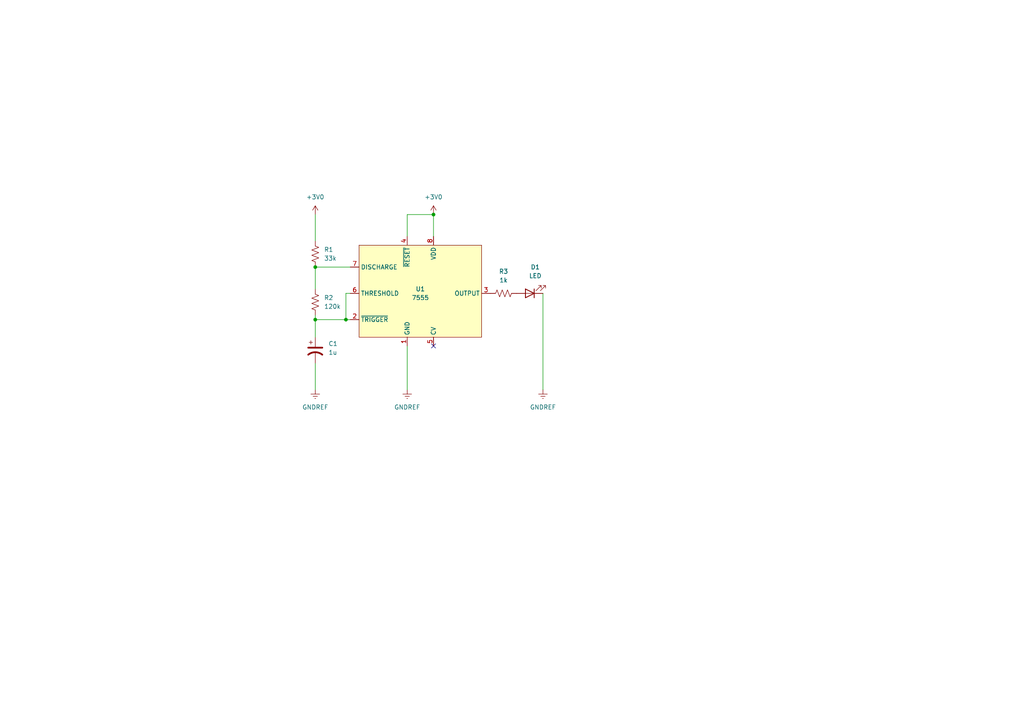
<source format=kicad_sch>
(kicad_sch (version 20230121) (generator eeschema)
  (paper "A4")
  (title_block (title "555 Flashing LED") (date "2023-08-13") (rev "0.0.1") (comment 4 "Author: Giovanni Dejan"))
  (lib_symbols
    (symbol "Device:C_Polarized_US" (pin_numbers hide) (pin_names (offset 0.254) hide)
      (property "Reference" "C" (at 0.635 2.54 0))
      (property "Value" "C_Polarized_US" (at 0.635 -2.54 0))
      (symbol "C_Polarized_US_0_1"
        (polyline (pts (xy -2.032 0.762) (xy 2.032 0.762)) (stroke (width 0.508)))
        (polyline (pts (xy -1.778 2.286) (xy -0.762 2.286)))
        (polyline (pts (xy -1.27 1.778) (xy -1.27 2.794)))
        (arc (start 2.032 -1.27) (mid 0 -0.5572) (end -2.032 -1.27) (stroke (width 0.508)))
      )
      (symbol "C_Polarized_US_1_1"
        (pin passive line (at 0 3.81 270) (length 2.794) (name "~") (number "1"))
        (pin passive line (at 0 -3.81 90) (length 3.302) (name "~") (number "2"))
      )
    )
    (symbol "Device:LED" (pin_numbers hide) (pin_names (offset 1.016) hide)
      (property "Reference" "D" (at 0 2.54 0))
      (property "Value" "LED" (at 0 -2.54 0))
      (symbol "LED_0_1"
        (polyline (pts (xy -1.27 -1.27) (xy -1.27 1.27)) (stroke (width 0.254)))
        (polyline (pts (xy -1.27 0) (xy 1.27 0)))
        (polyline (pts (xy 1.27 -1.27) (xy 1.27 1.27) (xy -1.27 0) (xy 1.27 -1.27)) (stroke (width 0.254)))
        (polyline (pts (xy -3.048 -0.762) (xy -4.572 -2.286) (xy -3.81 -2.286) (xy -4.572 -2.286) (xy -4.572 -1.524)))
        (polyline (pts (xy -1.778 -0.762) (xy -3.302 -2.286) (xy -2.54 -2.286) (xy -3.302 -2.286) (xy -3.302 -1.524)))
      )
      (symbol "LED_1_1"
        (pin passive line (at -3.81 0 0) (length 2.54) (name "K") (number "1"))
        (pin passive line (at 3.81 0 180) (length 2.54) (name "A") (number "2"))
      )
    )
    (symbol "Device:R_US" (pin_numbers hide) (pin_names (offset 0))
      (property "Reference" "R" (at 2.54 0 90))
      (property "Value" "R_US" (at -2.54 0 90))
      (symbol "R_US_0_1"
        (polyline (pts (xy 0 -2.286) (xy 0 -2.54)))
        (polyline (pts (xy 0 2.286) (xy 0 2.54)))
        (polyline (pts (xy 0 -0.762) (xy 1.016 -1.143) (xy 0 -1.524) (xy -1.016 -1.905) (xy 0 -2.286)))
        (polyline (pts (xy 0 0.762) (xy 1.016 0.381) (xy 0 0) (xy -1.016 -0.381) (xy 0 -0.762)))
        (polyline (pts (xy 0 2.286) (xy 1.016 1.905) (xy 0 1.524) (xy -1.016 1.143) (xy 0 0.762)))
      )
      (symbol "R_US_1_1"
        (pin passive line (at 0 3.81 270) (length 1.27) (name "~") (number "1"))
        (pin passive line (at 0 -3.81 90) (length 1.27) (name "~") (number "2"))
      )
    )
    (symbol "Local_Library:7555"
      (property "Reference" "U" (at 0 25.4 0))
      (symbol "7555_1_1"
        (rectangle (start -17.78 13.97) (end 17.78 -12.7) (fill (type background)))
        (pin output line (at -3.81 -15.24 90) (length 2.54) (name "GND") (number "1"))
        (pin input line (at -20.32 -7.62 0) (length 2.54) (name "~{TRIGGER}") (number "2"))
        (pin input line (at 20.32 0 180) (length 2.54) (name "OUTPUT") (number "3"))
        (pin input line (at -3.81 16.51 270) (length 2.54) (name "~{RESET}") (number "4"))
        (pin input line (at 3.81 -15.24 90) (length 2.54) (name "CV") (number "5"))
        (pin input line (at -20.32 0 0) (length 2.54) (name "THRESHOLD") (number "6"))
        (pin input line (at -20.32 7.62 0) (length 2.54) (name "DISCHARGE") (number "7"))
        (pin input line (at 3.81 16.51 270) (length 2.54) (name "VDD") (number "8"))
      )
    )
    (symbol "power:+3V0" (power) (pin_names (offset 0))
      (property "Value" "+3V0" (at 0 3.556 0))
      (symbol "+3V0_0_1"
        (polyline (pts (xy -0.762 1.27) (xy 0 2.54)))
        (polyline (pts (xy 0 0) (xy 0 2.54)))
        (polyline (pts (xy 0 2.54) (xy 0.762 1.27)))
      )
      (symbol "+3V0_1_1"
        (pin power_in line (at 0 0 90) (length 0) hide (name "+3V0") (number "1"))
      )
    )
    (symbol "power:GNDREF" (power) (pin_names (offset 0))
      (property "Value" "GNDREF" (at 0 -3.81 0))
      (symbol "GNDREF_0_1"
        (polyline (pts (xy -0.635 -1.905) (xy 0.635 -1.905)))
        (polyline (pts (xy -0.127 -2.54) (xy 0.127 -2.54)))
        (polyline (pts (xy 0 -1.27) (xy 0 0)))
        (polyline (pts (xy 1.27 -1.27) (xy -1.27 -1.27)))
      )
      (symbol "GNDREF_1_1"
        (pin power_in line (at 0 0 270) (length 0) hide (name "GNDREF") (number "1"))
      )
    )
  )
  (junction (at 125.73 62.23))
  (junction (at 100.33 92.71))
  (junction (at 91.44 77.47))
  (junction (at 91.44 92.71))
  (no_connect (at 125.73 100.33))
  (wire (pts (xy 100.33 92.71) (xy 101.6 92.71)))
  (wire (pts (xy 91.44 62.23) (xy 91.44 69.85)))
  (wire (pts (xy 100.33 85.09) (xy 101.6 85.09)))
  (wire (pts (xy 125.73 62.23) (xy 125.73 68.58)))
  (wire (pts (xy 91.44 77.47) (xy 101.6 77.47)))
  (wire (pts (xy 118.11 62.23) (xy 118.11 68.58)))
  (wire (pts (xy 157.48 85.09) (xy 157.48 113.03)))
  (wire (pts (xy 91.44 92.71) (xy 91.44 97.79)))
  (wire (pts (xy 118.11 62.23) (xy 125.73 62.23)))
  (wire (pts (xy 91.44 105.41) (xy 91.44 113.03)))
  (wire (pts (xy 91.44 83.82) (xy 91.44 77.47)))
  (wire (pts (xy 100.33 85.09) (xy 100.33 92.71)))
  (wire (pts (xy 118.11 113.03) (xy 118.11 100.33)))
  (wire (pts (xy 91.44 92.71) (xy 100.33 92.71)))
  (wire (pts (xy 91.44 91.44) (xy 91.44 92.71)))
  (symbol (lib_id "Device:R_US") (at 91.44 87.63 0) (unit 1)
    (property "Reference" "R2" (at 93.98 86.36 0) (effects (justify left)))
    (property "Value" "120k" (at 93.98 88.9 0) (effects (justify left)))
  )
  (symbol (lib_id "Local_Library:7555") (at 121.92 85.09 0) (unit 1)
    (property "Reference" "U1" (at 121.92 83.82 0))
    (property "Value" "7555" (at 121.92 86.36 0))
    (property "Datasheet" "https://www.renesas.com/us/en/document/dst/icm7555-icm7556-datasheet" (effects hide))
  )
  (symbol (lib_id "Device:C_Polarized_US") (at 91.44 101.6 0) (unit 1)
    (property "Reference" "C1" (at 95.25 99.695 0) (effects (justify left)))
    (property "Value" "1u" (at 95.25 102.235 0) (effects (justify left)))
  )
  (symbol (lib_id "power:+3V0") (at 125.73 62.23 0) (unit 1)
    (property "Reference" "#PWR02" (effects hide))
    (property "Value" "+3V0" (at 125.73 57.15 0))
  )
  (symbol (lib_id "Device:LED") (at 153.67 85.09 180) (unit 1)
    (property "Reference" "D1" (at 155.2575 77.47 0))
    (property "Value" "LED" (at 155.2575 80.01 0))
  )
  (symbol (lib_id "power:GNDREF") (at 157.48 113.03 0) (unit 1)
    (property "Reference" "#PWR04" (effects hide))
    (property "Value" "GNDREF" (at 157.48 118.11 0))
  )
  (symbol (lib_id "power:GNDREF") (at 118.11 113.03 0) (unit 1)
    (property "Reference" "#PWR01" (effects hide))
    (property "Value" "GNDREF" (at 118.11 118.11 0))
  )
  (symbol (lib_id "power:GNDREF") (at 91.44 113.03 0) (unit 1)
    (property "Reference" "#PWR05" (effects hide))
    (property "Value" "GNDREF" (at 91.44 118.11 0))
  )
  (symbol (lib_id "power:+3V0") (at 91.44 62.23 0) (unit 1)
    (property "Reference" "#PWR03" (effects hide))
    (property "Value" "+3V0" (at 91.44 57.15 0))
  )
  (symbol (lib_id "Device:R_US") (at 91.44 73.66 180) (unit 1)
    (property "Reference" "R1" (at 93.98 72.39 0) (effects (justify right)))
    (property "Value" "33k" (at 93.98 74.93 0) (effects (justify right)))
  )
  (symbol (lib_id "Device:R_US") (at 146.05 85.09 90) (unit 1)
    (property "Reference" "R3" (at 146.05 78.74 90))
    (property "Value" "1k" (at 146.05 81.28 90))
  )
)
</source>
